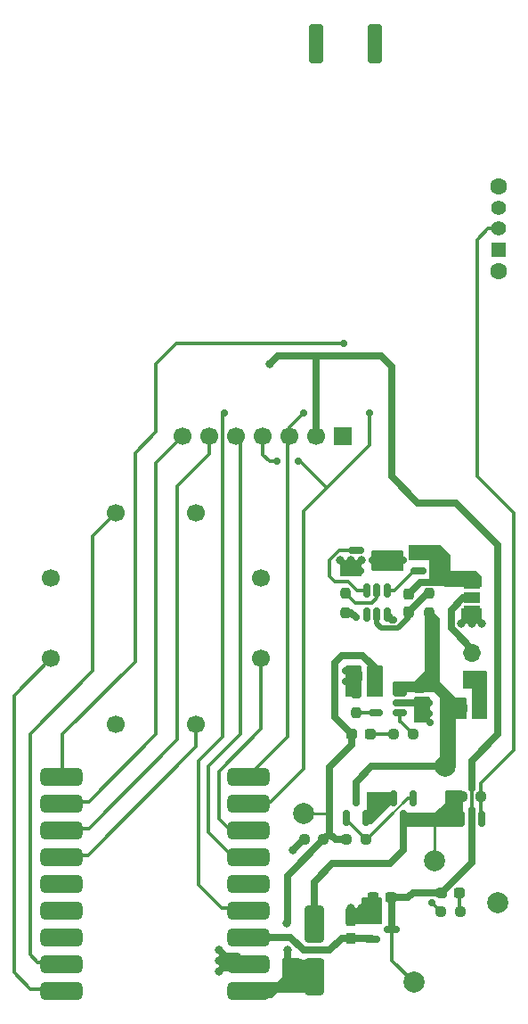
<source format=gbr>
%TF.GenerationSoftware,KiCad,Pcbnew,8.0.5*%
%TF.CreationDate,2024-11-21T22:32:41+00:00*%
%TF.ProjectId,spectrum-analyser,73706563-7472-4756-9d2d-616e616c7973,rev?*%
%TF.SameCoordinates,Original*%
%TF.FileFunction,Copper,L1,Top*%
%TF.FilePolarity,Positive*%
%FSLAX46Y46*%
G04 Gerber Fmt 4.6, Leading zero omitted, Abs format (unit mm)*
G04 Created by KiCad (PCBNEW 8.0.5) date 2024-11-21 22:32:41*
%MOMM*%
%LPD*%
G01*
G04 APERTURE LIST*
G04 Aperture macros list*
%AMRoundRect*
0 Rectangle with rounded corners*
0 $1 Rounding radius*
0 $2 $3 $4 $5 $6 $7 $8 $9 X,Y pos of 4 corners*
0 Add a 4 corners polygon primitive as box body*
4,1,4,$2,$3,$4,$5,$6,$7,$8,$9,$2,$3,0*
0 Add four circle primitives for the rounded corners*
1,1,$1+$1,$2,$3*
1,1,$1+$1,$4,$5*
1,1,$1+$1,$6,$7*
1,1,$1+$1,$8,$9*
0 Add four rect primitives between the rounded corners*
20,1,$1+$1,$2,$3,$4,$5,0*
20,1,$1+$1,$4,$5,$6,$7,0*
20,1,$1+$1,$6,$7,$8,$9,0*
20,1,$1+$1,$8,$9,$2,$3,0*%
%AMFreePoly0*
4,1,19,0.550000,-0.750000,0.000000,-0.750000,0.000000,-0.744911,-0.071157,-0.744911,-0.207708,-0.704816,-0.327430,-0.627875,-0.420627,-0.520320,-0.479746,-0.390866,-0.500000,-0.250000,-0.500000,0.250000,-0.479746,0.390866,-0.420627,0.520320,-0.327430,0.627875,-0.207708,0.704816,-0.071157,0.744911,0.000000,0.744911,0.000000,0.750000,0.550000,0.750000,0.550000,-0.750000,0.550000,-0.750000,
$1*%
%AMFreePoly1*
4,1,19,0.000000,0.744911,0.071157,0.744911,0.207708,0.704816,0.327430,0.627875,0.420627,0.520320,0.479746,0.390866,0.500000,0.250000,0.500000,-0.250000,0.479746,-0.390866,0.420627,-0.520320,0.327430,-0.627875,0.207708,-0.704816,0.071157,-0.744911,0.000000,-0.744911,0.000000,-0.750000,-0.550000,-0.750000,-0.550000,0.750000,0.000000,0.750000,0.000000,0.744911,0.000000,0.744911,
$1*%
G04 Aperture macros list end*
%TA.AperFunction,SMDPad,CuDef*%
%ADD10RoundRect,0.237500X-0.237500X0.300000X-0.237500X-0.300000X0.237500X-0.300000X0.237500X0.300000X0*%
%TD*%
%TA.AperFunction,SMDPad,CuDef*%
%ADD11RoundRect,0.237500X0.250000X0.237500X-0.250000X0.237500X-0.250000X-0.237500X0.250000X-0.237500X0*%
%TD*%
%TA.AperFunction,ComponentPad*%
%ADD12C,1.700000*%
%TD*%
%TA.AperFunction,SMDPad,CuDef*%
%ADD13RoundRect,0.237500X-0.250000X-0.237500X0.250000X-0.237500X0.250000X0.237500X-0.250000X0.237500X0*%
%TD*%
%TA.AperFunction,SMDPad,CuDef*%
%ADD14RoundRect,0.150000X-0.150000X0.512500X-0.150000X-0.512500X0.150000X-0.512500X0.150000X0.512500X0*%
%TD*%
%TA.AperFunction,SMDPad,CuDef*%
%ADD15RoundRect,0.150000X-0.150000X0.587500X-0.150000X-0.587500X0.150000X-0.587500X0.150000X0.587500X0*%
%TD*%
%TA.AperFunction,SMDPad,CuDef*%
%ADD16RoundRect,0.150000X-0.587500X-0.150000X0.587500X-0.150000X0.587500X0.150000X-0.587500X0.150000X0*%
%TD*%
%TA.AperFunction,SMDPad,CuDef*%
%ADD17C,2.000000*%
%TD*%
%TA.AperFunction,ComponentPad*%
%ADD18C,2.000000*%
%TD*%
%TA.AperFunction,SMDPad,CuDef*%
%ADD19RoundRect,0.237500X0.287500X0.237500X-0.287500X0.237500X-0.287500X-0.237500X0.287500X-0.237500X0*%
%TD*%
%TA.AperFunction,SMDPad,CuDef*%
%ADD20RoundRect,0.237500X-0.237500X0.250000X-0.237500X-0.250000X0.237500X-0.250000X0.237500X0.250000X0*%
%TD*%
%TA.AperFunction,SMDPad,CuDef*%
%ADD21RoundRect,0.150000X0.150000X-0.587500X0.150000X0.587500X-0.150000X0.587500X-0.150000X-0.587500X0*%
%TD*%
%TA.AperFunction,ComponentPad*%
%ADD22R,1.700000X1.700000*%
%TD*%
%TA.AperFunction,ComponentPad*%
%ADD23C,1.400000*%
%TD*%
%TA.AperFunction,ComponentPad*%
%ADD24R,1.400000X1.400000*%
%TD*%
%TA.AperFunction,ComponentPad*%
%ADD25C,1.600000*%
%TD*%
%TA.AperFunction,SMDPad,CuDef*%
%ADD26RoundRect,0.237500X-0.287500X-0.237500X0.287500X-0.237500X0.287500X0.237500X-0.287500X0.237500X0*%
%TD*%
%TA.AperFunction,SMDPad,CuDef*%
%ADD27RoundRect,0.150000X0.587500X0.150000X-0.587500X0.150000X-0.587500X-0.150000X0.587500X-0.150000X0*%
%TD*%
%TA.AperFunction,SMDPad,CuDef*%
%ADD28RoundRect,0.237500X0.300000X0.237500X-0.300000X0.237500X-0.300000X-0.237500X0.300000X-0.237500X0*%
%TD*%
%TA.AperFunction,ComponentPad*%
%ADD29O,1.700000X1.700000*%
%TD*%
%TA.AperFunction,SMDPad,CuDef*%
%ADD30FreePoly0,270.000000*%
%TD*%
%TA.AperFunction,SMDPad,CuDef*%
%ADD31R,1.500000X1.000000*%
%TD*%
%TA.AperFunction,SMDPad,CuDef*%
%ADD32FreePoly1,270.000000*%
%TD*%
%TA.AperFunction,SMDPad,CuDef*%
%ADD33RoundRect,0.237500X0.237500X-0.300000X0.237500X0.300000X-0.237500X0.300000X-0.237500X-0.300000X0*%
%TD*%
%TA.AperFunction,SMDPad,CuDef*%
%ADD34RoundRect,0.425000X1.575000X0.425000X-1.575000X0.425000X-1.575000X-0.425000X1.575000X-0.425000X0*%
%TD*%
%TA.AperFunction,SMDPad,CuDef*%
%ADD35RoundRect,0.250000X-0.650000X1.500000X-0.650000X-1.500000X0.650000X-1.500000X0.650000X1.500000X0*%
%TD*%
%TA.AperFunction,SMDPad,CuDef*%
%ADD36RoundRect,0.150000X0.512500X0.150000X-0.512500X0.150000X-0.512500X-0.150000X0.512500X-0.150000X0*%
%TD*%
%TA.AperFunction,SMDPad,CuDef*%
%ADD37RoundRect,0.237500X0.237500X-0.250000X0.237500X0.250000X-0.237500X0.250000X-0.237500X-0.250000X0*%
%TD*%
%TA.AperFunction,SMDPad,CuDef*%
%ADD38RoundRect,0.250000X-0.425000X-1.600000X0.425000X-1.600000X0.425000X1.600000X-0.425000X1.600000X0*%
%TD*%
%TA.AperFunction,ViaPad*%
%ADD39C,0.800000*%
%TD*%
%TA.AperFunction,ViaPad*%
%ADD40C,0.700000*%
%TD*%
%TA.AperFunction,Conductor*%
%ADD41C,0.700000*%
%TD*%
%TA.AperFunction,Conductor*%
%ADD42C,0.300000*%
%TD*%
%TA.AperFunction,Conductor*%
%ADD43C,0.250000*%
%TD*%
%TA.AperFunction,Conductor*%
%ADD44C,0.500000*%
%TD*%
%TA.AperFunction,Conductor*%
%ADD45C,0.200000*%
%TD*%
G04 APERTURE END LIST*
D10*
%TO.P,C5,1*%
%TO.N,+BATT*%
X135037500Y-123587500D03*
%TO.P,C5,2*%
%TO.N,GND*%
X135037500Y-125312500D03*
%TD*%
D11*
%TO.P,R4,1*%
%TO.N,CHRG_STAT*%
X134412500Y-128000000D03*
%TO.P,R4,2*%
%TO.N,Net-(D2-K)*%
X132587500Y-128000000D03*
%TD*%
D12*
%TO.P,SW5,1,1*%
%TO.N,BTN_DOWN*%
X113810000Y-127000000D03*
%TO.P,SW5,2,2*%
%TO.N,GND*%
X106190000Y-127000000D03*
%TD*%
D13*
%TO.P,R5,1*%
%TO.N,GND*%
X137087500Y-144800000D03*
%TO.P,R5,2*%
%TO.N,Net-(D3-K)*%
X138912500Y-144800000D03*
%TD*%
D14*
%TO.P,U5,1,DO*%
%TO.N,/Battery management/BAT_PROT_DO*%
X131950000Y-114362500D03*
%TO.P,U5,2,VM*%
%TO.N,/Battery management/BAT_PROT_VM*%
X131000000Y-114362500D03*
%TO.P,U5,3,CO*%
%TO.N,/Battery management/BAT_PROT_CO*%
X130050000Y-114362500D03*
%TO.P,U5,4,NC*%
%TO.N,unconnected-(U5-NC-Pad4)*%
X130050000Y-116637500D03*
%TO.P,U5,5,VDD*%
%TO.N,/Battery management/BAT_PROT_VDD*%
X131000000Y-116637500D03*
%TO.P,U5,6,VSS*%
%TO.N,GND*%
X131950000Y-116637500D03*
%TD*%
D15*
%TO.P,Q2,1,G*%
%TO.N,/PWR_SRC_SW_G*%
X134450000Y-134062500D03*
%TO.P,Q2,2,S*%
%TO.N,/PWR_SRC_SW_S*%
X132550000Y-134062500D03*
%TO.P,Q2,3,D*%
%TO.N,VDC*%
X133500000Y-135937500D03*
%TD*%
D16*
%TO.P,U3,1,GND*%
%TO.N,GND*%
X130562500Y-145550000D03*
%TO.P,U3,2,VO*%
%TO.N,+3V3*%
X130562500Y-147450000D03*
%TO.P,U3,3,VI*%
%TO.N,+VSW*%
X132437500Y-146500000D03*
%TD*%
D17*
%TO.P,TP4,1,1*%
%TO.N,+BATT*%
X137500000Y-131000000D03*
%TD*%
D18*
%TO.P,TP5,1,1*%
%TO.N,GND*%
X142500000Y-144000000D03*
%TD*%
D19*
%TO.P,D3,1,K*%
%TO.N,Net-(D3-K)*%
X138875000Y-143000000D03*
%TO.P,D3,2,A*%
%TO.N,+VSW*%
X137125000Y-143000000D03*
%TD*%
D20*
%TO.P,R8,1*%
%TO.N,GND*%
X129000000Y-124087500D03*
%TO.P,R8,2*%
%TO.N,Net-(U6-PROG)*%
X129000000Y-125912500D03*
%TD*%
%TO.P,R6,1*%
%TO.N,/Battery management/BAT_PROT_VM*%
X128000000Y-114587500D03*
%TO.P,R6,2*%
%TO.N,GND*%
X128000000Y-116412500D03*
%TD*%
D15*
%TO.P,Q3,1,G*%
%TO.N,/PWR_SW*%
X140950000Y-135993750D03*
%TO.P,Q3,2,S*%
%TO.N,VDC*%
X139050000Y-135993750D03*
%TO.P,Q3,3,D*%
%TO.N,+VSW*%
X140000000Y-137868750D03*
%TD*%
D12*
%TO.P,SW3,1,1*%
%TO.N,BTN_RIGHT*%
X120000000Y-120810000D03*
%TO.P,SW3,2,2*%
%TO.N,GND*%
X120000000Y-113190000D03*
%TD*%
D21*
%TO.P,Q1,1,G*%
%TO.N,/PWR_SRC_SW_G*%
X128050000Y-135937500D03*
%TO.P,Q1,2,S*%
%TO.N,/PWR_SRC_SW_S*%
X129950000Y-135937500D03*
%TO.P,Q1,3,D*%
%TO.N,+BATT*%
X129000000Y-134062500D03*
%TD*%
D12*
%TO.P,U1,7,CS*%
%TO.N,DISPLAY_CS*%
X112510000Y-99700000D03*
%TO.P,U1,6,DC*%
%TO.N,DISPLAY_DC*%
X115050000Y-99700000D03*
%TO.P,U1,5,RES*%
%TO.N,DISPLAY_RST*%
X117590000Y-99700000D03*
%TO.P,U1,4,SDA*%
%TO.N,SPI_MOSI*%
X120130000Y-99700000D03*
%TO.P,U1,3,SCK*%
%TO.N,SPI_CLK*%
X122670000Y-99700000D03*
%TO.P,U1,2,VDD*%
%TO.N,+VSW*%
X125210000Y-99700000D03*
D22*
%TO.P,U1,1,GND*%
%TO.N,GND*%
X127750000Y-99700000D03*
%TD*%
D13*
%TO.P,R1,1*%
%TO.N,GND*%
X124087500Y-138000000D03*
%TO.P,R1,2*%
%TO.N,VUSB*%
X125912500Y-138000000D03*
%TD*%
%TO.P,R2,1*%
%TO.N,VUSB*%
X128087500Y-138000000D03*
%TO.P,R2,2*%
%TO.N,/PWR_SRC_SW_G*%
X129912500Y-138000000D03*
%TD*%
D17*
%TO.P,TP3,1,1*%
%TO.N,+VSW*%
X134500000Y-151500000D03*
%TD*%
D23*
%TO.P,SW1,3,C*%
%TO.N,GND*%
X142550000Y-78000000D03*
%TO.P,SW1,2,B*%
%TO.N,/PWR_SW*%
X142550000Y-80000000D03*
D24*
%TO.P,SW1,1,A*%
%TO.N,unconnected-(SW1-A-Pad1)*%
X142550000Y-82000000D03*
D25*
%TO.P,SW1,*%
%TO.N,*%
X142550000Y-76000000D03*
X142550000Y-84000000D03*
%TD*%
D17*
%TO.P,TP1,1,1*%
%TO.N,VUSB*%
X124000000Y-135500000D03*
%TD*%
D19*
%TO.P,D2,1,K*%
%TO.N,Net-(D2-K)*%
X130375000Y-128000000D03*
%TO.P,D2,2,A*%
%TO.N,VUSB*%
X128625000Y-128000000D03*
%TD*%
D13*
%TO.P,R3,1*%
%TO.N,VDC*%
X139087500Y-133931250D03*
%TO.P,R3,2*%
%TO.N,/PWR_SW*%
X140912500Y-133931250D03*
%TD*%
D16*
%TO.P,Q5,1,G*%
%TO.N,/Battery management/BAT_PROT_CO*%
X129062500Y-110550000D03*
%TO.P,Q5,2,S*%
%TO.N,GND*%
X129062500Y-112450000D03*
%TO.P,Q5,3,D*%
%TO.N,/Battery management/BAT_PROT_D*%
X130937500Y-111500000D03*
%TD*%
D26*
%TO.P,F1,1*%
%TO.N,+BATT*%
X139125000Y-125500000D03*
%TO.P,F1,2*%
%TO.N,/Battery management/BAT_CONN_POS*%
X140875000Y-125500000D03*
%TD*%
D27*
%TO.P,Q4,1,G*%
%TO.N,/Battery management/BAT_PROT_DO*%
X134937500Y-112450000D03*
%TO.P,Q4,2,S*%
%TO.N,-BAT_PROT*%
X134937500Y-110550000D03*
%TO.P,Q4,3,D*%
%TO.N,/Battery management/BAT_PROT_D*%
X133062500Y-111500000D03*
%TD*%
D17*
%TO.P,TP2,1,1*%
%TO.N,VDC*%
X136500000Y-140000000D03*
%TD*%
D10*
%TO.P,C3,1*%
%TO.N,-BAT_PROT*%
X134000000Y-114637500D03*
%TO.P,C3,2*%
%TO.N,/Battery management/BAT_PROT_VDD*%
X134000000Y-116362500D03*
%TD*%
D28*
%TO.P,C1,1*%
%TO.N,+VSW*%
X132362500Y-143500000D03*
%TO.P,C1,2*%
%TO.N,GND*%
X130637500Y-143500000D03*
%TD*%
%TO.P,C4,1*%
%TO.N,VUSB*%
X130862500Y-122450000D03*
%TO.P,C4,2*%
%TO.N,GND*%
X129137500Y-122450000D03*
%TD*%
D22*
%TO.P,J2,1,Pin_1*%
%TO.N,/Battery management/BAT_CONN_POS*%
X140000000Y-122775000D03*
D29*
%TO.P,J2,2,Pin_2*%
%TO.N,-BATT*%
X140000000Y-120235000D03*
%TD*%
D30*
%TO.P,JP1,1,A*%
%TO.N,-BAT_PROT*%
X140000000Y-113700000D03*
D31*
%TO.P,JP1,2,C*%
%TO.N,-BATT*%
X140000000Y-115000000D03*
D32*
%TO.P,JP1,3,B*%
%TO.N,GND*%
X140000000Y-116300000D03*
%TD*%
D12*
%TO.P,SW4,1,1*%
%TO.N,BTN_LEFT*%
X100000000Y-120810000D03*
%TO.P,SW4,2,2*%
%TO.N,GND*%
X100000000Y-113190000D03*
%TD*%
D33*
%TO.P,C2,1*%
%TO.N,+3V3*%
X128500000Y-147362500D03*
%TO.P,C2,2*%
%TO.N,GND*%
X128500000Y-145637500D03*
%TD*%
D34*
%TO.P,U2,1,5V*%
%TO.N,VUSB*%
X118780000Y-152320000D03*
%TO.P,U2,2,GND*%
%TO.N,GND*%
X118780000Y-149780000D03*
%TO.P,U2,3,3V3*%
%TO.N,+3V3*%
X118780000Y-147240000D03*
%TO.P,U2,4,GP0*%
%TO.N,RSSI*%
X118780000Y-144700000D03*
%TO.P,U2,5,GP1*%
%TO.N,unconnected-(U2-GP1-Pad5)*%
X118780000Y-142160000D03*
%TO.P,U2,6,GP2*%
%TO.N,DISPLAY_RST*%
X118780000Y-139620000D03*
%TO.P,U2,7,GP3*%
%TO.N,BTN_RIGHT*%
X118780000Y-137080000D03*
%TO.P,U2,8,GP4*%
%TO.N,SPI_MOSI*%
X118780000Y-134540000D03*
%TO.P,U2,9,GP5*%
%TO.N,SPI_CLK*%
X118780000Y-132000000D03*
%TO.P,U2,10,GP6*%
%TO.N,RX_CS*%
X101000000Y-132000000D03*
%TO.P,U2,11,GP7*%
%TO.N,DISPLAY_CS*%
X101000000Y-134540000D03*
%TO.P,U2,12,GP8*%
%TO.N,DISPLAY_DC*%
X101000000Y-137080000D03*
%TO.P,U2,13,GP9*%
%TO.N,BTN_DOWN*%
X101000000Y-139620000D03*
%TO.P,U2,14,GP10*%
%TO.N,unconnected-(U2-GP10-Pad14)*%
X101000000Y-142160000D03*
%TO.P,U2,15,GP18*%
%TO.N,unconnected-(U2-GP18-Pad15)*%
X101000000Y-144700000D03*
%TO.P,U2,16,GP19*%
%TO.N,unconnected-(U2-GP19-Pad16)*%
X101000000Y-147240000D03*
%TO.P,U2,17,GP20*%
%TO.N,BTN_UP*%
X101000000Y-149780000D03*
%TO.P,U2,18,GP21*%
%TO.N,BTN_LEFT*%
X101000000Y-152320000D03*
%TD*%
D35*
%TO.P,D1,1,K*%
%TO.N,VDC*%
X125000000Y-146000000D03*
%TO.P,D1,2,A*%
%TO.N,VUSB*%
X125000000Y-151000000D03*
%TD*%
D36*
%TO.P,U6,1,STAT*%
%TO.N,CHRG_STAT*%
X133137500Y-125950000D03*
%TO.P,U6,2,V_{SS}*%
%TO.N,GND*%
X133137500Y-125000000D03*
%TO.P,U6,3,V_{BAT}*%
%TO.N,+BATT*%
X133137500Y-124050000D03*
%TO.P,U6,4,V_{DD}*%
%TO.N,VUSB*%
X130862500Y-124050000D03*
%TO.P,U6,5,PROG*%
%TO.N,Net-(U6-PROG)*%
X130862500Y-125950000D03*
%TD*%
D37*
%TO.P,R7,1*%
%TO.N,+BATT*%
X136000000Y-116412500D03*
%TO.P,R7,2*%
%TO.N,/Battery management/BAT_PROT_VDD*%
X136000000Y-114587500D03*
%TD*%
D12*
%TO.P,SW2,1,1*%
%TO.N,BTN_UP*%
X106190000Y-107000000D03*
%TO.P,SW2,2,2*%
%TO.N,GND*%
X113810000Y-107000000D03*
%TD*%
D38*
%TO.P,J1,2,Ext*%
%TO.N,GND*%
X125175000Y-62412500D03*
X130825000Y-62412500D03*
%TD*%
D39*
%TO.N,GND*%
X127500000Y-111500000D03*
D40*
X136037500Y-126900000D03*
X128000000Y-122950000D03*
D39*
X129500000Y-144500000D03*
X128500000Y-111500000D03*
X116000000Y-148500000D03*
D40*
X136200000Y-143950000D03*
X128000000Y-121950000D03*
X129000000Y-116900000D03*
X132600000Y-117100000D03*
D39*
X116000000Y-150500000D03*
D40*
X136000000Y-125000000D03*
D39*
X123000000Y-139000000D03*
X139000000Y-117500000D03*
X140000000Y-117500000D03*
X128500000Y-144500000D03*
X129500000Y-111500000D03*
D40*
X136000000Y-126000000D03*
D39*
X116000000Y-149500000D03*
X141000000Y-117500000D03*
%TO.N,+VSW*%
X120850000Y-92850000D03*
%TO.N,VUSB*%
X122500000Y-148500000D03*
X122395000Y-145895000D03*
D40*
%TO.N,SPI_CLK*%
X124000000Y-97500000D03*
%TO.N,SPI_MOSI*%
X121500000Y-102100000D03*
X123500000Y-102100000D03*
X130300000Y-97500000D03*
%TO.N,RSSI*%
X116500000Y-97500000D03*
%TO.N,RX_CS*%
X127800000Y-90900000D03*
%TD*%
D41*
%TO.N,GND*%
X132600000Y-117100000D02*
X132412500Y-117100000D01*
X124000000Y-138000000D02*
X123000000Y-139000000D01*
X124087500Y-138000000D02*
X124000000Y-138000000D01*
D42*
X136950000Y-144700000D02*
X136200000Y-143950000D01*
D41*
X133137500Y-125000000D02*
X134725000Y-125000000D01*
X134725000Y-125000000D02*
X135037500Y-125312500D01*
X132412500Y-117100000D02*
X131950000Y-116637500D01*
X128000000Y-116412500D02*
X128512500Y-116412500D01*
D42*
X137037500Y-144700000D02*
X136950000Y-144700000D01*
D41*
X128512500Y-116412500D02*
X129000000Y-116900000D01*
D42*
%TO.N,+VSW*%
X140000000Y-135131250D02*
X140000000Y-133131250D01*
D41*
X138500000Y-106000000D02*
X134900000Y-106000000D01*
X132400000Y-103500000D02*
X132400000Y-93100000D01*
X142500000Y-110000000D02*
X138500000Y-106000000D01*
D42*
X132437500Y-149437500D02*
X132437500Y-146500000D01*
D41*
X140000000Y-133131250D02*
X140000000Y-130500000D01*
X133900000Y-143500000D02*
X132725000Y-143500000D01*
X132725000Y-143500000D02*
X132437500Y-143787500D01*
X132400000Y-93100000D02*
X131400000Y-92100000D01*
D42*
X134500000Y-151500000D02*
X132437500Y-149437500D01*
D41*
X125210000Y-92190000D02*
X125300000Y-92100000D01*
X140000000Y-140125000D02*
X137125000Y-143000000D01*
X120850000Y-92850000D02*
X121600000Y-92100000D01*
X140000000Y-130500000D02*
X142500000Y-128000000D01*
X137125000Y-143000000D02*
X134400000Y-143000000D01*
X140000000Y-137868750D02*
X140000000Y-135131250D01*
X131400000Y-92100000D02*
X125300000Y-92100000D01*
X137125000Y-143000000D02*
X137125000Y-142925000D01*
X134400000Y-143000000D02*
X133900000Y-143500000D01*
X142500000Y-128000000D02*
X142500000Y-110000000D01*
X121600000Y-92100000D02*
X125300000Y-92100000D01*
X132437500Y-143787500D02*
X132437500Y-146500000D01*
X140000000Y-137868750D02*
X140000000Y-140125000D01*
X125210000Y-99700000D02*
X125210000Y-92190000D01*
X134900000Y-106000000D02*
X132400000Y-103500000D01*
%TO.N,+3V3*%
X128500000Y-147362500D02*
X130475000Y-147362500D01*
X126500000Y-148500000D02*
X124000000Y-148500000D01*
X127637500Y-147362500D02*
X126500000Y-148500000D01*
X128500000Y-147362500D02*
X127637500Y-147362500D01*
X130475000Y-147362500D02*
X130562500Y-147450000D01*
X124000000Y-148500000D02*
X122740000Y-147240000D01*
X122740000Y-147240000D02*
X118780000Y-147240000D01*
%TO.N,-BATT*%
X140000000Y-115000000D02*
X139215110Y-115000000D01*
X140391497Y-120235000D02*
X140500000Y-120235000D01*
X138050000Y-117893503D02*
X140391497Y-120235000D01*
X138050000Y-116165110D02*
X138050000Y-117893503D01*
X139215110Y-115000000D02*
X138050000Y-116165110D01*
%TO.N,VUSB*%
X130762500Y-122450000D02*
X130762500Y-121675000D01*
X126500000Y-137000000D02*
X126500000Y-137412500D01*
X126500000Y-137412500D02*
X127087500Y-138000000D01*
X126500000Y-137000000D02*
X126500000Y-135500000D01*
X127087500Y-138000000D02*
X128087500Y-138000000D01*
X130762500Y-121625000D02*
X129637500Y-120500000D01*
X127000000Y-126375000D02*
X128625000Y-128000000D01*
X126500000Y-131125000D02*
X128625000Y-129000000D01*
X126500000Y-135500000D02*
X126500000Y-131125000D01*
D43*
X124000000Y-135500000D02*
X126500000Y-135500000D01*
D41*
X122395000Y-145895000D02*
X122500000Y-145790000D01*
X127676104Y-120500000D02*
X127000000Y-121176104D01*
X129637500Y-120500000D02*
X127676104Y-120500000D01*
X122500000Y-141412500D02*
X125912500Y-138000000D01*
X128625000Y-129000000D02*
X128625000Y-128000000D01*
X122500000Y-148500000D02*
X122500000Y-150000000D01*
X127000000Y-121176104D02*
X127000000Y-126375000D01*
X122500000Y-145790000D02*
X122500000Y-141412500D01*
D42*
X130762500Y-122450000D02*
X130762500Y-122062500D01*
D41*
X125912500Y-138000000D02*
X126500000Y-137412500D01*
%TO.N,-BAT_PROT*%
X134000000Y-114637500D02*
X135087500Y-113550000D01*
X137450000Y-113550000D02*
X137500000Y-113500000D01*
X135087500Y-113550000D02*
X137450000Y-113550000D01*
D42*
%TO.N,Net-(D2-K)*%
X132587500Y-128000000D02*
X130375000Y-128000000D01*
D41*
%TO.N,VDC*%
X132250000Y-140250000D02*
X133500000Y-139000000D01*
X133500000Y-139000000D02*
X133500000Y-136100000D01*
D43*
X136500000Y-140000000D02*
X136500000Y-136000000D01*
D41*
X125000000Y-144500000D02*
X125000000Y-142000000D01*
X126750000Y-140250000D02*
X132250000Y-140250000D01*
X125000000Y-142000000D02*
X126750000Y-140250000D01*
%TO.N,+BATT*%
X129000000Y-132500000D02*
X130500000Y-131000000D01*
X137500000Y-131000000D02*
X137500000Y-131500000D01*
X129000000Y-134062500D02*
X129000000Y-132500000D01*
X130500000Y-131000000D02*
X137500000Y-131000000D01*
D42*
%TO.N,Net-(D3-K)*%
X138862500Y-142987500D02*
X138825000Y-142950000D01*
X138862500Y-144700000D02*
X138862500Y-142987500D01*
%TO.N,/Battery management/BAT_PROT_DO*%
X134937500Y-112450000D02*
X134550000Y-112450000D01*
X134550000Y-112450000D02*
X132637500Y-114362500D01*
X132637500Y-114362500D02*
X131950000Y-114362500D01*
%TO.N,/Battery management/BAT_PROT_CO*%
X128237432Y-113500000D02*
X129099932Y-114362500D01*
X126500000Y-111439339D02*
X126500000Y-113000000D01*
X129099932Y-114362500D02*
X130050000Y-114362500D01*
X129062500Y-110550000D02*
X127389339Y-110550000D01*
X126500000Y-113000000D02*
X127000000Y-113500000D01*
X127000000Y-113500000D02*
X128237432Y-113500000D01*
X127389339Y-110550000D02*
X126500000Y-111439339D01*
%TO.N,/PWR_SW*%
X142550000Y-80000000D02*
X141560051Y-80000000D01*
X144000000Y-107000000D02*
X144000000Y-129500000D01*
X144000000Y-129500000D02*
X140912500Y-132587500D01*
X140912500Y-133931250D02*
X140912500Y-135956250D01*
X140500000Y-81060051D02*
X140500000Y-103500000D01*
X140912500Y-135956250D02*
X140950000Y-135993750D01*
D41*
X140950000Y-133968750D02*
X140912500Y-133931250D01*
D42*
X141560051Y-80000000D02*
X140500000Y-81060051D01*
X140912500Y-132587500D02*
X140912500Y-133931250D01*
X140500000Y-103500000D02*
X144000000Y-107000000D01*
%TO.N,CHRG_STAT*%
X133137500Y-126725000D02*
X134412500Y-128000000D01*
X133137500Y-125950000D02*
X133137500Y-126775000D01*
%TO.N,Net-(U6-PROG)*%
X129037500Y-125950000D02*
X129000000Y-125912500D01*
X130862500Y-125950000D02*
X129037500Y-125950000D01*
%TO.N,BTN_UP*%
X98000000Y-128000000D02*
X98000000Y-148900000D01*
X106190000Y-107000000D02*
X104000000Y-109190000D01*
X104000000Y-109190000D02*
X104000000Y-122000000D01*
X98000000Y-148900000D02*
X98720000Y-149620000D01*
X104000000Y-122000000D02*
X98000000Y-128000000D01*
X98720000Y-149620000D02*
X101110000Y-149620000D01*
%TO.N,BTN_RIGHT*%
X116000000Y-131500000D02*
X120000000Y-127500000D01*
X120000000Y-127500000D02*
X120000000Y-120810000D01*
X116920000Y-136920000D02*
X116000000Y-136000000D01*
X118890000Y-136920000D02*
X116920000Y-136920000D01*
X116000000Y-136000000D02*
X116000000Y-131500000D01*
%TO.N,BTN_LEFT*%
X98060000Y-152160000D02*
X101110000Y-152160000D01*
X100000000Y-120810000D02*
X96500000Y-124310000D01*
X96500000Y-150600000D02*
X98060000Y-152160000D01*
X96500000Y-124310000D02*
X96500000Y-150600000D01*
%TO.N,BTN_DOWN*%
X113810000Y-129190000D02*
X113810000Y-127000000D01*
X101110000Y-139460000D02*
X103540000Y-139460000D01*
X103540000Y-139460000D02*
X113810000Y-129190000D01*
%TO.N,SPI_CLK*%
X124000000Y-97500000D02*
X122670000Y-98830000D01*
X122670000Y-99700000D02*
X122500000Y-99870000D01*
X122500000Y-128230000D02*
X118890000Y-131840000D01*
X122500000Y-99870000D02*
X122500000Y-128230000D01*
X122670000Y-98830000D02*
X122670000Y-99700000D01*
%TO.N,DISPLAY_RST*%
X118000000Y-100110000D02*
X118000000Y-128000000D01*
X118000000Y-128000000D02*
X115000000Y-131000000D01*
X115000000Y-131000000D02*
X115000000Y-137300000D01*
X115000000Y-137300000D02*
X117160000Y-139460000D01*
X117160000Y-139460000D02*
X118890000Y-139460000D01*
X117590000Y-99700000D02*
X118000000Y-100110000D01*
%TO.N,DISPLAY_DC*%
X112000000Y-128500000D02*
X103580000Y-136920000D01*
X112000000Y-104400000D02*
X112000000Y-128500000D01*
X115050000Y-99700000D02*
X115050000Y-101350000D01*
X103580000Y-136920000D02*
X101110000Y-136920000D01*
X115050000Y-101350000D02*
X112000000Y-104400000D01*
%TO.N,SPI_MOSI*%
X124000000Y-131269999D02*
X120889999Y-134380000D01*
X120889999Y-134380000D02*
X118890000Y-134380000D01*
X120800000Y-102100000D02*
X120130000Y-101430000D01*
X126200000Y-104600000D02*
X124000000Y-106800000D01*
X130300000Y-97500000D02*
X130300000Y-100500000D01*
X123500000Y-102100000D02*
X123700000Y-102100000D01*
X121500000Y-102100000D02*
X120800000Y-102100000D01*
X130300000Y-100500000D02*
X126200000Y-104600000D01*
X124000000Y-106800000D02*
X124000000Y-131269999D01*
X123700000Y-102100000D02*
X126200000Y-104600000D01*
X120130000Y-101430000D02*
X120130000Y-99700000D01*
%TO.N,DISPLAY_CS*%
X110000000Y-102210000D02*
X112510000Y-99700000D01*
X101110000Y-134380000D02*
X103620000Y-134380000D01*
X103620000Y-134380000D02*
X110000000Y-128000000D01*
X110000000Y-128000000D02*
X110000000Y-102210000D01*
%TO.N,RSSI*%
X118890000Y-144540000D02*
X118850000Y-144500000D01*
X116300000Y-128200000D02*
X116300000Y-97700000D01*
X116200000Y-144500000D02*
X114000000Y-142300000D01*
X118850000Y-144500000D02*
X116200000Y-144500000D01*
X114000000Y-142300000D02*
X114000000Y-130500000D01*
X114000000Y-130500000D02*
X116300000Y-128200000D01*
X116300000Y-97700000D02*
X116500000Y-97500000D01*
%TO.N,RX_CS*%
X110000000Y-92800000D02*
X110000000Y-99300000D01*
X108000000Y-121100000D02*
X101110000Y-127990000D01*
X127800000Y-90900000D02*
X111900000Y-90900000D01*
X111900000Y-90900000D02*
X110000000Y-92800000D01*
X108000000Y-101300000D02*
X108000000Y-121100000D01*
X101110000Y-127990000D02*
X101110000Y-131840000D01*
X110000000Y-99300000D02*
X108000000Y-101300000D01*
D44*
%TO.N,/Battery management/BAT_PROT_VDD*%
X134050000Y-116412500D02*
X134000000Y-116362500D01*
D41*
X135775000Y-114587500D02*
X134000000Y-116362500D01*
D44*
X134000000Y-116362500D02*
X134000000Y-116900000D01*
X134000000Y-116900000D02*
X133000000Y-117900000D01*
D41*
X136000000Y-114587500D02*
X135775000Y-114587500D01*
D44*
X131000000Y-117500000D02*
X131000000Y-116637500D01*
X133000000Y-117900000D02*
X131400000Y-117900000D01*
X131400000Y-117900000D02*
X131000000Y-117500000D01*
D42*
%TO.N,/Battery management/BAT_PROT_VM*%
X131000000Y-114362500D02*
X131000000Y-115024999D01*
X128912500Y-115500000D02*
X128000000Y-114587500D01*
X130524999Y-115500000D02*
X128912500Y-115500000D01*
X131000000Y-115024999D02*
X130524999Y-115500000D01*
%TO.N,/PWR_SRC_SW_G*%
X128050000Y-136137500D02*
X129912500Y-138000000D01*
X133937500Y-134062500D02*
X133500000Y-134500000D01*
X134450000Y-134062500D02*
X133937500Y-134062500D01*
X128050000Y-135937500D02*
X128050000Y-136137500D01*
X130000000Y-138000000D02*
X129912500Y-138000000D01*
X132500000Y-135500000D02*
X130000000Y-138000000D01*
D45*
X133500000Y-134500000D02*
X132500000Y-135500000D01*
%TD*%
%TA.AperFunction,Conductor*%
%TO.N,GND*%
G36*
X131443039Y-143519685D02*
G01*
X131488794Y-143572489D01*
X131500000Y-143624000D01*
X131500000Y-145876000D01*
X131480315Y-145943039D01*
X131427511Y-145988794D01*
X131376000Y-146000000D01*
X128124000Y-146000000D01*
X128056961Y-145980315D01*
X128011206Y-145927511D01*
X128000000Y-145876000D01*
X128000000Y-144624000D01*
X128019685Y-144556961D01*
X128072489Y-144511206D01*
X128124000Y-144500000D01*
X129500000Y-144500000D01*
X129500000Y-143624000D01*
X129519685Y-143556961D01*
X129572489Y-143511206D01*
X129624000Y-143500000D01*
X131376000Y-143500000D01*
X131443039Y-143519685D01*
G37*
%TD.AperFunction*%
%TD*%
%TA.AperFunction,Conductor*%
%TO.N,VUSB*%
G36*
X123610979Y-149259437D02*
G01*
X123706584Y-149299037D01*
X123751918Y-149317816D01*
X123916228Y-149350499D01*
X123916232Y-149350500D01*
X125876000Y-149350500D01*
X125943039Y-149370185D01*
X125988794Y-149422989D01*
X126000000Y-149474500D01*
X126000000Y-152376000D01*
X125980315Y-152443039D01*
X125927511Y-152488794D01*
X125876000Y-152500000D01*
X121499999Y-152500000D01*
X121036319Y-152963681D01*
X120974996Y-152997166D01*
X120948638Y-153000000D01*
X120124000Y-153000000D01*
X120056961Y-152980315D01*
X120011206Y-152927511D01*
X120000000Y-152876000D01*
X120000000Y-151624000D01*
X120019685Y-151556961D01*
X120072489Y-151511206D01*
X120124000Y-151500000D01*
X121500000Y-151500000D01*
X122000000Y-151000000D01*
X122000000Y-149374000D01*
X122019685Y-149306961D01*
X122072489Y-149261206D01*
X122124000Y-149250000D01*
X123563530Y-149250000D01*
X123610979Y-149259437D01*
G37*
%TD.AperFunction*%
%TD*%
%TA.AperFunction,Conductor*%
%TO.N,/PWR_SRC_SW_S*%
G36*
X132443039Y-133519685D02*
G01*
X132488794Y-133572489D01*
X132500000Y-133624000D01*
X132500000Y-134448638D01*
X132480315Y-134515677D01*
X132463681Y-134536319D01*
X130536319Y-136463681D01*
X130474996Y-136497166D01*
X130448638Y-136500000D01*
X130124000Y-136500000D01*
X130056961Y-136480315D01*
X130011206Y-136427511D01*
X130000000Y-136376000D01*
X130000000Y-133624000D01*
X130019685Y-133556961D01*
X130072489Y-133511206D01*
X130124000Y-133500000D01*
X132376000Y-133500000D01*
X132443039Y-133519685D01*
G37*
%TD.AperFunction*%
%TD*%
%TA.AperFunction,Conductor*%
%TO.N,+BATT*%
G36*
X136515677Y-116519685D02*
G01*
X136536319Y-116536319D01*
X136963681Y-116963681D01*
X136997166Y-117025004D01*
X137000000Y-117051362D01*
X137000000Y-123000000D01*
X138500000Y-124500000D01*
X139376000Y-124500000D01*
X139443039Y-124519685D01*
X139488794Y-124572489D01*
X139500000Y-124624000D01*
X139500000Y-126376000D01*
X139480315Y-126443039D01*
X139427511Y-126488794D01*
X139376000Y-126500000D01*
X138500000Y-126500000D01*
X138500000Y-130876000D01*
X138480315Y-130943039D01*
X138427511Y-130988794D01*
X138376000Y-131000000D01*
X137124000Y-131000000D01*
X137056961Y-130980315D01*
X137011206Y-130927511D01*
X137000000Y-130876000D01*
X137000000Y-124500000D01*
X136500000Y-124000000D01*
X134500000Y-124000000D01*
X132624000Y-124000000D01*
X132556961Y-123980315D01*
X132511206Y-123927511D01*
X132500000Y-123876000D01*
X132500000Y-123124000D01*
X132519685Y-123056961D01*
X132572489Y-123011206D01*
X132624000Y-123000000D01*
X134500000Y-123000000D01*
X135500000Y-122000000D01*
X135500000Y-116624000D01*
X135519685Y-116556961D01*
X135572489Y-116511206D01*
X135624000Y-116500000D01*
X136448638Y-116500000D01*
X136515677Y-116519685D01*
G37*
%TD.AperFunction*%
%TD*%
%TA.AperFunction,Conductor*%
%TO.N,GND*%
G36*
X140943039Y-116019685D02*
G01*
X140988794Y-116072489D01*
X141000000Y-116124000D01*
X141000000Y-117376000D01*
X140980315Y-117443039D01*
X140927511Y-117488794D01*
X140876000Y-117500000D01*
X139124000Y-117500000D01*
X139056961Y-117480315D01*
X139011206Y-117427511D01*
X139000000Y-117376000D01*
X139000000Y-116124000D01*
X139019685Y-116056961D01*
X139072489Y-116011206D01*
X139124000Y-116000000D01*
X140876000Y-116000000D01*
X140943039Y-116019685D01*
G37*
%TD.AperFunction*%
%TD*%
%TA.AperFunction,Conductor*%
%TO.N,/Battery management/BAT_PROT_D*%
G36*
X133443039Y-110519685D02*
G01*
X133488794Y-110572489D01*
X133500000Y-110624000D01*
X133500000Y-112376000D01*
X133480315Y-112443039D01*
X133427511Y-112488794D01*
X133376000Y-112500000D01*
X130624000Y-112500000D01*
X130556961Y-112480315D01*
X130511206Y-112427511D01*
X130500000Y-112376000D01*
X130500000Y-110624000D01*
X130519685Y-110556961D01*
X130572489Y-110511206D01*
X130624000Y-110500000D01*
X133376000Y-110500000D01*
X133443039Y-110519685D01*
G37*
%TD.AperFunction*%
%TD*%
%TA.AperFunction,Conductor*%
%TO.N,VDC*%
G36*
X139133509Y-133319685D02*
G01*
X139179264Y-133372489D01*
X139181031Y-133376548D01*
X139190561Y-133399556D01*
X139200000Y-133447008D01*
X139200000Y-134815492D01*
X139190561Y-134862944D01*
X139182184Y-134883166D01*
X139182181Y-134883175D01*
X139149500Y-135047478D01*
X139149500Y-136676000D01*
X139129815Y-136743039D01*
X139077011Y-136788794D01*
X139025500Y-136800000D01*
X133624000Y-136800000D01*
X133556961Y-136780315D01*
X133511206Y-136727511D01*
X133500000Y-136676000D01*
X133500000Y-135524000D01*
X133519685Y-135456961D01*
X133572489Y-135411206D01*
X133624000Y-135400000D01*
X136499999Y-135400000D01*
X136500000Y-135400000D01*
X137500000Y-134600000D01*
X137500000Y-133424000D01*
X137519685Y-133356961D01*
X137572489Y-133311206D01*
X137624000Y-133300000D01*
X139066470Y-133300000D01*
X139133509Y-133319685D01*
G37*
%TD.AperFunction*%
%TD*%
%TA.AperFunction,Conductor*%
%TO.N,-BAT_PROT*%
G36*
X137015677Y-110019685D02*
G01*
X137036319Y-110036319D01*
X137963681Y-110963681D01*
X137997166Y-111025004D01*
X138000000Y-111051362D01*
X138000000Y-112500000D01*
X140448638Y-112500000D01*
X140515677Y-112519685D01*
X140536319Y-112536319D01*
X140963681Y-112963681D01*
X140997166Y-113025004D01*
X141000000Y-113051362D01*
X141000000Y-113876000D01*
X140980315Y-113943039D01*
X140927511Y-113988794D01*
X140876000Y-114000000D01*
X137551362Y-114000000D01*
X137484323Y-113980315D01*
X137463681Y-113963681D01*
X137000000Y-113500000D01*
X136124000Y-113500000D01*
X136056961Y-113480315D01*
X136011206Y-113427511D01*
X136000000Y-113376000D01*
X136000000Y-111500000D01*
X134124500Y-111500000D01*
X134057461Y-111480315D01*
X134011706Y-111427511D01*
X134000500Y-111376000D01*
X134000500Y-111316737D01*
X134000325Y-111314324D01*
X134000000Y-111305357D01*
X134000000Y-110124000D01*
X134019685Y-110056961D01*
X134072489Y-110011206D01*
X134124000Y-110000000D01*
X136948638Y-110000000D01*
X137015677Y-110019685D01*
G37*
%TD.AperFunction*%
%TD*%
%TA.AperFunction,Conductor*%
%TO.N,/Battery management/BAT_CONN_POS*%
G36*
X141443039Y-122019685D02*
G01*
X141488794Y-122072489D01*
X141500000Y-122124000D01*
X141500000Y-126376000D01*
X141480315Y-126443039D01*
X141427511Y-126488794D01*
X141376000Y-126500000D01*
X140124000Y-126500000D01*
X140056961Y-126480315D01*
X140011206Y-126427511D01*
X140000000Y-126376000D01*
X140000000Y-122124000D01*
X140019685Y-122056961D01*
X140072489Y-122011206D01*
X140124000Y-122000000D01*
X141376000Y-122000000D01*
X141443039Y-122019685D01*
G37*
%TD.AperFunction*%
%TD*%
%TA.AperFunction,Conductor*%
%TO.N,GND*%
G36*
X116515677Y-148519685D02*
G01*
X116536319Y-148536319D01*
X116750000Y-148750000D01*
X117876000Y-148750000D01*
X117943039Y-148769685D01*
X117988794Y-148822489D01*
X118000000Y-148874000D01*
X118000000Y-150173364D01*
X117980315Y-150240403D01*
X117931454Y-150284273D01*
X117526182Y-150486909D01*
X117470728Y-150500000D01*
X116124000Y-150500000D01*
X116056961Y-150480315D01*
X116011206Y-150427511D01*
X116000000Y-150376000D01*
X116000000Y-148624000D01*
X116019685Y-148556961D01*
X116072489Y-148511206D01*
X116124000Y-148500000D01*
X116448638Y-148500000D01*
X116515677Y-148519685D01*
G37*
%TD.AperFunction*%
%TD*%
%TA.AperFunction,Conductor*%
%TO.N,VUSB*%
G36*
X131480539Y-121469685D02*
G01*
X131526294Y-121522489D01*
X131537500Y-121574000D01*
X131537500Y-124326000D01*
X131517815Y-124393039D01*
X131465011Y-124438794D01*
X131413500Y-124450000D01*
X130161500Y-124450000D01*
X130094461Y-124430315D01*
X130048706Y-124377511D01*
X130037500Y-124326000D01*
X130037500Y-121574000D01*
X130057185Y-121506961D01*
X130109989Y-121461206D01*
X130161500Y-121450000D01*
X131413500Y-121450000D01*
X131480539Y-121469685D01*
G37*
%TD.AperFunction*%
%TD*%
%TA.AperFunction,Conductor*%
%TO.N,GND*%
G36*
X129443039Y-111519685D02*
G01*
X129488794Y-111572489D01*
X129500000Y-111624000D01*
X129500000Y-112876000D01*
X129480315Y-112943039D01*
X129427511Y-112988794D01*
X129376000Y-113000000D01*
X127624000Y-113000000D01*
X127556961Y-112980315D01*
X127511206Y-112927511D01*
X127500000Y-112876000D01*
X127500000Y-111624000D01*
X127519685Y-111556961D01*
X127572489Y-111511206D01*
X127624000Y-111500000D01*
X129376000Y-111500000D01*
X129443039Y-111519685D01*
G37*
%TD.AperFunction*%
%TD*%
%TA.AperFunction,Conductor*%
%TO.N,GND*%
G36*
X129480539Y-121469685D02*
G01*
X129526294Y-121522489D01*
X129537500Y-121574000D01*
X129537500Y-124326000D01*
X129517815Y-124393039D01*
X129465011Y-124438794D01*
X129413500Y-124450000D01*
X128161500Y-124450000D01*
X128094461Y-124430315D01*
X128048706Y-124377511D01*
X128037500Y-124326000D01*
X128037500Y-121574000D01*
X128057185Y-121506961D01*
X128109989Y-121461206D01*
X128161500Y-121450000D01*
X129413500Y-121450000D01*
X129480539Y-121469685D01*
G37*
%TD.AperFunction*%
%TD*%
%TA.AperFunction,Conductor*%
%TO.N,GND*%
G36*
X135980539Y-124419685D02*
G01*
X136026294Y-124472489D01*
X136037500Y-124524000D01*
X136037500Y-126776000D01*
X136017815Y-126843039D01*
X135965011Y-126888794D01*
X135913500Y-126900000D01*
X134661500Y-126900000D01*
X134594461Y-126880315D01*
X134548706Y-126827511D01*
X134537500Y-126776000D01*
X134537500Y-124524000D01*
X134557185Y-124456961D01*
X134609989Y-124411206D01*
X134661500Y-124400000D01*
X135913500Y-124400000D01*
X135980539Y-124419685D01*
G37*
%TD.AperFunction*%
%TD*%
M02*

</source>
